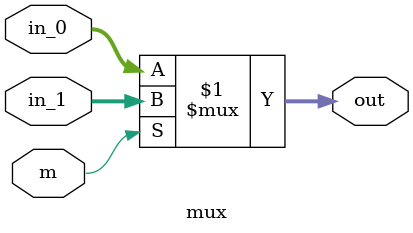
<source format=v>
`timescale 1ns / 1ps

module mux
    #(parameter WIDTH = 4)
    (input m,
    input [WIDTH - 1 : 0] in_0,
    input [WIDTH - 1 : 0] in_1,
    output [WIDTH - 1 : 0] out
    );
    
    assign out = m ? in_1 : in_0;
    
endmodule
</source>
